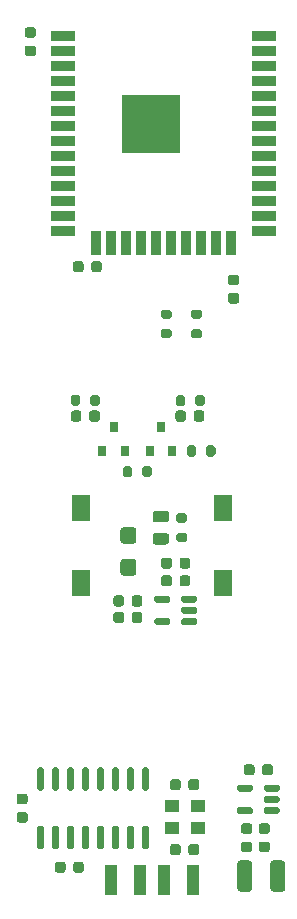
<source format=gbr>
G04 #@! TF.GenerationSoftware,KiCad,Pcbnew,5.1.10-88a1d61d58~90~ubuntu20.04.1*
G04 #@! TF.CreationDate,2021-07-18T21:46:05+01:00*
G04 #@! TF.ProjectId,lhc_tijolo32_board,6c68635f-7469-46a6-9f6c-6f33325f626f,rev?*
G04 #@! TF.SameCoordinates,Original*
G04 #@! TF.FileFunction,Paste,Top*
G04 #@! TF.FilePolarity,Positive*
%FSLAX46Y46*%
G04 Gerber Fmt 4.6, Leading zero omitted, Abs format (unit mm)*
G04 Created by KiCad (PCBNEW 5.1.10-88a1d61d58~90~ubuntu20.04.1) date 2021-07-18 21:46:05*
%MOMM*%
%LPD*%
G01*
G04 APERTURE LIST*
%ADD10R,1.597660X2.298700*%
%ADD11R,1.100000X2.500000*%
%ADD12R,0.800000X0.900000*%
%ADD13R,5.000000X5.000000*%
%ADD14R,2.000000X0.900000*%
%ADD15R,0.900000X2.000000*%
%ADD16R,1.300000X1.000000*%
G04 APERTURE END LIST*
G36*
G01*
X117625000Y-59315000D02*
X117075000Y-59315000D01*
G75*
G02*
X116875000Y-59115000I0J200000D01*
G01*
X116875000Y-58715000D01*
G75*
G02*
X117075000Y-58515000I200000J0D01*
G01*
X117625000Y-58515000D01*
G75*
G02*
X117825000Y-58715000I0J-200000D01*
G01*
X117825000Y-59115000D01*
G75*
G02*
X117625000Y-59315000I-200000J0D01*
G01*
G37*
G36*
G01*
X117625000Y-60965000D02*
X117075000Y-60965000D01*
G75*
G02*
X116875000Y-60765000I0J200000D01*
G01*
X116875000Y-60365000D01*
G75*
G02*
X117075000Y-60165000I200000J0D01*
G01*
X117625000Y-60165000D01*
G75*
G02*
X117825000Y-60365000I0J-200000D01*
G01*
X117825000Y-60765000D01*
G75*
G02*
X117625000Y-60965000I-200000J0D01*
G01*
G37*
G36*
G01*
X107800000Y-54640000D02*
X107800000Y-55140000D01*
G75*
G02*
X107575000Y-55365000I-225000J0D01*
G01*
X107125000Y-55365000D01*
G75*
G02*
X106900000Y-55140000I0J225000D01*
G01*
X106900000Y-54640000D01*
G75*
G02*
X107125000Y-54415000I225000J0D01*
G01*
X107575000Y-54415000D01*
G75*
G02*
X107800000Y-54640000I0J-225000D01*
G01*
G37*
G36*
G01*
X109350000Y-54640000D02*
X109350000Y-55140000D01*
G75*
G02*
X109125000Y-55365000I-225000J0D01*
G01*
X108675000Y-55365000D01*
G75*
G02*
X108450000Y-55140000I0J225000D01*
G01*
X108450000Y-54640000D01*
G75*
G02*
X108675000Y-54415000I225000J0D01*
G01*
X109125000Y-54415000D01*
G75*
G02*
X109350000Y-54640000I0J-225000D01*
G01*
G37*
D10*
X119600000Y-81639600D03*
X119600000Y-75340400D03*
X107600000Y-81639600D03*
X107600000Y-75340400D03*
G36*
G01*
X117275000Y-66515000D02*
X117275000Y-65965000D01*
G75*
G02*
X117475000Y-65765000I200000J0D01*
G01*
X117875000Y-65765000D01*
G75*
G02*
X118075000Y-65965000I0J-200000D01*
G01*
X118075000Y-66515000D01*
G75*
G02*
X117875000Y-66715000I-200000J0D01*
G01*
X117475000Y-66715000D01*
G75*
G02*
X117275000Y-66515000I0J200000D01*
G01*
G37*
G36*
G01*
X115625000Y-66515000D02*
X115625000Y-65965000D01*
G75*
G02*
X115825000Y-65765000I200000J0D01*
G01*
X116225000Y-65765000D01*
G75*
G02*
X116425000Y-65965000I0J-200000D01*
G01*
X116425000Y-66515000D01*
G75*
G02*
X116225000Y-66715000I-200000J0D01*
G01*
X115825000Y-66715000D01*
G75*
G02*
X115625000Y-66515000I0J200000D01*
G01*
G37*
G36*
G01*
X112775000Y-72515000D02*
X112775000Y-71965000D01*
G75*
G02*
X112975000Y-71765000I200000J0D01*
G01*
X113375000Y-71765000D01*
G75*
G02*
X113575000Y-71965000I0J-200000D01*
G01*
X113575000Y-72515000D01*
G75*
G02*
X113375000Y-72715000I-200000J0D01*
G01*
X112975000Y-72715000D01*
G75*
G02*
X112775000Y-72515000I0J200000D01*
G01*
G37*
G36*
G01*
X111125000Y-72515000D02*
X111125000Y-71965000D01*
G75*
G02*
X111325000Y-71765000I200000J0D01*
G01*
X111725000Y-71765000D01*
G75*
G02*
X111925000Y-71965000I0J-200000D01*
G01*
X111925000Y-72515000D01*
G75*
G02*
X111725000Y-72715000I-200000J0D01*
G01*
X111325000Y-72715000D01*
G75*
G02*
X111125000Y-72515000I0J200000D01*
G01*
G37*
G36*
G01*
X122850000Y-103565000D02*
X123350000Y-103565000D01*
G75*
G02*
X123575000Y-103790000I0J-225000D01*
G01*
X123575000Y-104240000D01*
G75*
G02*
X123350000Y-104465000I-225000J0D01*
G01*
X122850000Y-104465000D01*
G75*
G02*
X122625000Y-104240000I0J225000D01*
G01*
X122625000Y-103790000D01*
G75*
G02*
X122850000Y-103565000I225000J0D01*
G01*
G37*
G36*
G01*
X122850000Y-102015000D02*
X123350000Y-102015000D01*
G75*
G02*
X123575000Y-102240000I0J-225000D01*
G01*
X123575000Y-102690000D01*
G75*
G02*
X123350000Y-102915000I-225000J0D01*
G01*
X122850000Y-102915000D01*
G75*
G02*
X122625000Y-102690000I0J225000D01*
G01*
X122625000Y-102240000D01*
G75*
G02*
X122850000Y-102015000I225000J0D01*
G01*
G37*
G36*
G01*
X104305000Y-104190000D02*
X104005000Y-104190000D01*
G75*
G02*
X103855000Y-104040000I0J150000D01*
G01*
X103855000Y-102390000D01*
G75*
G02*
X104005000Y-102240000I150000J0D01*
G01*
X104305000Y-102240000D01*
G75*
G02*
X104455000Y-102390000I0J-150000D01*
G01*
X104455000Y-104040000D01*
G75*
G02*
X104305000Y-104190000I-150000J0D01*
G01*
G37*
G36*
G01*
X105575000Y-104190000D02*
X105275000Y-104190000D01*
G75*
G02*
X105125000Y-104040000I0J150000D01*
G01*
X105125000Y-102390000D01*
G75*
G02*
X105275000Y-102240000I150000J0D01*
G01*
X105575000Y-102240000D01*
G75*
G02*
X105725000Y-102390000I0J-150000D01*
G01*
X105725000Y-104040000D01*
G75*
G02*
X105575000Y-104190000I-150000J0D01*
G01*
G37*
G36*
G01*
X106845000Y-104190000D02*
X106545000Y-104190000D01*
G75*
G02*
X106395000Y-104040000I0J150000D01*
G01*
X106395000Y-102390000D01*
G75*
G02*
X106545000Y-102240000I150000J0D01*
G01*
X106845000Y-102240000D01*
G75*
G02*
X106995000Y-102390000I0J-150000D01*
G01*
X106995000Y-104040000D01*
G75*
G02*
X106845000Y-104190000I-150000J0D01*
G01*
G37*
G36*
G01*
X108115000Y-104190000D02*
X107815000Y-104190000D01*
G75*
G02*
X107665000Y-104040000I0J150000D01*
G01*
X107665000Y-102390000D01*
G75*
G02*
X107815000Y-102240000I150000J0D01*
G01*
X108115000Y-102240000D01*
G75*
G02*
X108265000Y-102390000I0J-150000D01*
G01*
X108265000Y-104040000D01*
G75*
G02*
X108115000Y-104190000I-150000J0D01*
G01*
G37*
G36*
G01*
X109385000Y-104190000D02*
X109085000Y-104190000D01*
G75*
G02*
X108935000Y-104040000I0J150000D01*
G01*
X108935000Y-102390000D01*
G75*
G02*
X109085000Y-102240000I150000J0D01*
G01*
X109385000Y-102240000D01*
G75*
G02*
X109535000Y-102390000I0J-150000D01*
G01*
X109535000Y-104040000D01*
G75*
G02*
X109385000Y-104190000I-150000J0D01*
G01*
G37*
G36*
G01*
X110655000Y-104190000D02*
X110355000Y-104190000D01*
G75*
G02*
X110205000Y-104040000I0J150000D01*
G01*
X110205000Y-102390000D01*
G75*
G02*
X110355000Y-102240000I150000J0D01*
G01*
X110655000Y-102240000D01*
G75*
G02*
X110805000Y-102390000I0J-150000D01*
G01*
X110805000Y-104040000D01*
G75*
G02*
X110655000Y-104190000I-150000J0D01*
G01*
G37*
G36*
G01*
X111925000Y-104190000D02*
X111625000Y-104190000D01*
G75*
G02*
X111475000Y-104040000I0J150000D01*
G01*
X111475000Y-102390000D01*
G75*
G02*
X111625000Y-102240000I150000J0D01*
G01*
X111925000Y-102240000D01*
G75*
G02*
X112075000Y-102390000I0J-150000D01*
G01*
X112075000Y-104040000D01*
G75*
G02*
X111925000Y-104190000I-150000J0D01*
G01*
G37*
G36*
G01*
X113195000Y-104190000D02*
X112895000Y-104190000D01*
G75*
G02*
X112745000Y-104040000I0J150000D01*
G01*
X112745000Y-102390000D01*
G75*
G02*
X112895000Y-102240000I150000J0D01*
G01*
X113195000Y-102240000D01*
G75*
G02*
X113345000Y-102390000I0J-150000D01*
G01*
X113345000Y-104040000D01*
G75*
G02*
X113195000Y-104190000I-150000J0D01*
G01*
G37*
G36*
G01*
X113195000Y-99240000D02*
X112895000Y-99240000D01*
G75*
G02*
X112745000Y-99090000I0J150000D01*
G01*
X112745000Y-97440000D01*
G75*
G02*
X112895000Y-97290000I150000J0D01*
G01*
X113195000Y-97290000D01*
G75*
G02*
X113345000Y-97440000I0J-150000D01*
G01*
X113345000Y-99090000D01*
G75*
G02*
X113195000Y-99240000I-150000J0D01*
G01*
G37*
G36*
G01*
X111925000Y-99240000D02*
X111625000Y-99240000D01*
G75*
G02*
X111475000Y-99090000I0J150000D01*
G01*
X111475000Y-97440000D01*
G75*
G02*
X111625000Y-97290000I150000J0D01*
G01*
X111925000Y-97290000D01*
G75*
G02*
X112075000Y-97440000I0J-150000D01*
G01*
X112075000Y-99090000D01*
G75*
G02*
X111925000Y-99240000I-150000J0D01*
G01*
G37*
G36*
G01*
X110655000Y-99240000D02*
X110355000Y-99240000D01*
G75*
G02*
X110205000Y-99090000I0J150000D01*
G01*
X110205000Y-97440000D01*
G75*
G02*
X110355000Y-97290000I150000J0D01*
G01*
X110655000Y-97290000D01*
G75*
G02*
X110805000Y-97440000I0J-150000D01*
G01*
X110805000Y-99090000D01*
G75*
G02*
X110655000Y-99240000I-150000J0D01*
G01*
G37*
G36*
G01*
X109385000Y-99240000D02*
X109085000Y-99240000D01*
G75*
G02*
X108935000Y-99090000I0J150000D01*
G01*
X108935000Y-97440000D01*
G75*
G02*
X109085000Y-97290000I150000J0D01*
G01*
X109385000Y-97290000D01*
G75*
G02*
X109535000Y-97440000I0J-150000D01*
G01*
X109535000Y-99090000D01*
G75*
G02*
X109385000Y-99240000I-150000J0D01*
G01*
G37*
G36*
G01*
X108115000Y-99240000D02*
X107815000Y-99240000D01*
G75*
G02*
X107665000Y-99090000I0J150000D01*
G01*
X107665000Y-97440000D01*
G75*
G02*
X107815000Y-97290000I150000J0D01*
G01*
X108115000Y-97290000D01*
G75*
G02*
X108265000Y-97440000I0J-150000D01*
G01*
X108265000Y-99090000D01*
G75*
G02*
X108115000Y-99240000I-150000J0D01*
G01*
G37*
G36*
G01*
X106845000Y-99240000D02*
X106545000Y-99240000D01*
G75*
G02*
X106395000Y-99090000I0J150000D01*
G01*
X106395000Y-97440000D01*
G75*
G02*
X106545000Y-97290000I150000J0D01*
G01*
X106845000Y-97290000D01*
G75*
G02*
X106995000Y-97440000I0J-150000D01*
G01*
X106995000Y-99090000D01*
G75*
G02*
X106845000Y-99240000I-150000J0D01*
G01*
G37*
G36*
G01*
X105575000Y-99240000D02*
X105275000Y-99240000D01*
G75*
G02*
X105125000Y-99090000I0J150000D01*
G01*
X105125000Y-97440000D01*
G75*
G02*
X105275000Y-97290000I150000J0D01*
G01*
X105575000Y-97290000D01*
G75*
G02*
X105725000Y-97440000I0J-150000D01*
G01*
X105725000Y-99090000D01*
G75*
G02*
X105575000Y-99240000I-150000J0D01*
G01*
G37*
G36*
G01*
X104305000Y-99240000D02*
X104005000Y-99240000D01*
G75*
G02*
X103855000Y-99090000I0J150000D01*
G01*
X103855000Y-97440000D01*
G75*
G02*
X104005000Y-97290000I150000J0D01*
G01*
X104305000Y-97290000D01*
G75*
G02*
X104455000Y-97440000I0J-150000D01*
G01*
X104455000Y-99090000D01*
G75*
G02*
X104305000Y-99240000I-150000J0D01*
G01*
G37*
G36*
G01*
X116025000Y-98490000D02*
X116025000Y-98990000D01*
G75*
G02*
X115800000Y-99215000I-225000J0D01*
G01*
X115350000Y-99215000D01*
G75*
G02*
X115125000Y-98990000I0J225000D01*
G01*
X115125000Y-98490000D01*
G75*
G02*
X115350000Y-98265000I225000J0D01*
G01*
X115800000Y-98265000D01*
G75*
G02*
X116025000Y-98490000I0J-225000D01*
G01*
G37*
G36*
G01*
X117575000Y-98490000D02*
X117575000Y-98990000D01*
G75*
G02*
X117350000Y-99215000I-225000J0D01*
G01*
X116900000Y-99215000D01*
G75*
G02*
X116675000Y-98990000I0J225000D01*
G01*
X116675000Y-98490000D01*
G75*
G02*
X116900000Y-98265000I225000J0D01*
G01*
X117350000Y-98265000D01*
G75*
G02*
X117575000Y-98490000I0J-225000D01*
G01*
G37*
G36*
G01*
X122125000Y-100790000D02*
X122125000Y-101090000D01*
G75*
G02*
X121975000Y-101240000I-150000J0D01*
G01*
X120950000Y-101240000D01*
G75*
G02*
X120800000Y-101090000I0J150000D01*
G01*
X120800000Y-100790000D01*
G75*
G02*
X120950000Y-100640000I150000J0D01*
G01*
X121975000Y-100640000D01*
G75*
G02*
X122125000Y-100790000I0J-150000D01*
G01*
G37*
G36*
G01*
X122125000Y-98890000D02*
X122125000Y-99190000D01*
G75*
G02*
X121975000Y-99340000I-150000J0D01*
G01*
X120950000Y-99340000D01*
G75*
G02*
X120800000Y-99190000I0J150000D01*
G01*
X120800000Y-98890000D01*
G75*
G02*
X120950000Y-98740000I150000J0D01*
G01*
X121975000Y-98740000D01*
G75*
G02*
X122125000Y-98890000I0J-150000D01*
G01*
G37*
G36*
G01*
X124400000Y-98890000D02*
X124400000Y-99190000D01*
G75*
G02*
X124250000Y-99340000I-150000J0D01*
G01*
X123225000Y-99340000D01*
G75*
G02*
X123075000Y-99190000I0J150000D01*
G01*
X123075000Y-98890000D01*
G75*
G02*
X123225000Y-98740000I150000J0D01*
G01*
X124250000Y-98740000D01*
G75*
G02*
X124400000Y-98890000I0J-150000D01*
G01*
G37*
G36*
G01*
X124400000Y-99840000D02*
X124400000Y-100140000D01*
G75*
G02*
X124250000Y-100290000I-150000J0D01*
G01*
X123225000Y-100290000D01*
G75*
G02*
X123075000Y-100140000I0J150000D01*
G01*
X123075000Y-99840000D01*
G75*
G02*
X123225000Y-99690000I150000J0D01*
G01*
X124250000Y-99690000D01*
G75*
G02*
X124400000Y-99840000I0J-150000D01*
G01*
G37*
G36*
G01*
X124400000Y-100790000D02*
X124400000Y-101090000D01*
G75*
G02*
X124250000Y-101240000I-150000J0D01*
G01*
X123225000Y-101240000D01*
G75*
G02*
X123075000Y-101090000I0J150000D01*
G01*
X123075000Y-100790000D01*
G75*
G02*
X123225000Y-100640000I150000J0D01*
G01*
X124250000Y-100640000D01*
G75*
G02*
X124400000Y-100790000I0J-150000D01*
G01*
G37*
G36*
G01*
X102350000Y-101065000D02*
X102850000Y-101065000D01*
G75*
G02*
X103075000Y-101290000I0J-225000D01*
G01*
X103075000Y-101740000D01*
G75*
G02*
X102850000Y-101965000I-225000J0D01*
G01*
X102350000Y-101965000D01*
G75*
G02*
X102125000Y-101740000I0J225000D01*
G01*
X102125000Y-101290000D01*
G75*
G02*
X102350000Y-101065000I225000J0D01*
G01*
G37*
G36*
G01*
X102350000Y-99515000D02*
X102850000Y-99515000D01*
G75*
G02*
X103075000Y-99740000I0J-225000D01*
G01*
X103075000Y-100190000D01*
G75*
G02*
X102850000Y-100415000I-225000J0D01*
G01*
X102350000Y-100415000D01*
G75*
G02*
X102125000Y-100190000I0J225000D01*
G01*
X102125000Y-99740000D01*
G75*
G02*
X102350000Y-99515000I225000J0D01*
G01*
G37*
G36*
G01*
X121350000Y-103565000D02*
X121850000Y-103565000D01*
G75*
G02*
X122075000Y-103790000I0J-225000D01*
G01*
X122075000Y-104240000D01*
G75*
G02*
X121850000Y-104465000I-225000J0D01*
G01*
X121350000Y-104465000D01*
G75*
G02*
X121125000Y-104240000I0J225000D01*
G01*
X121125000Y-103790000D01*
G75*
G02*
X121350000Y-103565000I225000J0D01*
G01*
G37*
G36*
G01*
X121350000Y-102015000D02*
X121850000Y-102015000D01*
G75*
G02*
X122075000Y-102240000I0J-225000D01*
G01*
X122075000Y-102690000D01*
G75*
G02*
X121850000Y-102915000I-225000J0D01*
G01*
X121350000Y-102915000D01*
G75*
G02*
X121125000Y-102690000I0J225000D01*
G01*
X121125000Y-102240000D01*
G75*
G02*
X121350000Y-102015000I225000J0D01*
G01*
G37*
G36*
G01*
X123825000Y-97240000D02*
X123825000Y-97740000D01*
G75*
G02*
X123600000Y-97965000I-225000J0D01*
G01*
X123150000Y-97965000D01*
G75*
G02*
X122925000Y-97740000I0J225000D01*
G01*
X122925000Y-97240000D01*
G75*
G02*
X123150000Y-97015000I225000J0D01*
G01*
X123600000Y-97015000D01*
G75*
G02*
X123825000Y-97240000I0J-225000D01*
G01*
G37*
G36*
G01*
X122275000Y-97240000D02*
X122275000Y-97740000D01*
G75*
G02*
X122050000Y-97965000I-225000J0D01*
G01*
X121600000Y-97965000D01*
G75*
G02*
X121375000Y-97740000I0J225000D01*
G01*
X121375000Y-97240000D01*
G75*
G02*
X121600000Y-97015000I225000J0D01*
G01*
X122050000Y-97015000D01*
G75*
G02*
X122275000Y-97240000I0J-225000D01*
G01*
G37*
D11*
X110100000Y-106840000D03*
X117100000Y-106840000D03*
X112600000Y-106840000D03*
X114600000Y-106840000D03*
G36*
G01*
X115125000Y-84790000D02*
X115125000Y-85090000D01*
G75*
G02*
X114975000Y-85240000I-150000J0D01*
G01*
X113950000Y-85240000D01*
G75*
G02*
X113800000Y-85090000I0J150000D01*
G01*
X113800000Y-84790000D01*
G75*
G02*
X113950000Y-84640000I150000J0D01*
G01*
X114975000Y-84640000D01*
G75*
G02*
X115125000Y-84790000I0J-150000D01*
G01*
G37*
G36*
G01*
X115125000Y-82890000D02*
X115125000Y-83190000D01*
G75*
G02*
X114975000Y-83340000I-150000J0D01*
G01*
X113950000Y-83340000D01*
G75*
G02*
X113800000Y-83190000I0J150000D01*
G01*
X113800000Y-82890000D01*
G75*
G02*
X113950000Y-82740000I150000J0D01*
G01*
X114975000Y-82740000D01*
G75*
G02*
X115125000Y-82890000I0J-150000D01*
G01*
G37*
G36*
G01*
X117400000Y-82890000D02*
X117400000Y-83190000D01*
G75*
G02*
X117250000Y-83340000I-150000J0D01*
G01*
X116225000Y-83340000D01*
G75*
G02*
X116075000Y-83190000I0J150000D01*
G01*
X116075000Y-82890000D01*
G75*
G02*
X116225000Y-82740000I150000J0D01*
G01*
X117250000Y-82740000D01*
G75*
G02*
X117400000Y-82890000I0J-150000D01*
G01*
G37*
G36*
G01*
X117400000Y-83840000D02*
X117400000Y-84140000D01*
G75*
G02*
X117250000Y-84290000I-150000J0D01*
G01*
X116225000Y-84290000D01*
G75*
G02*
X116075000Y-84140000I0J150000D01*
G01*
X116075000Y-83840000D01*
G75*
G02*
X116225000Y-83690000I150000J0D01*
G01*
X117250000Y-83690000D01*
G75*
G02*
X117400000Y-83840000I0J-150000D01*
G01*
G37*
G36*
G01*
X117400000Y-84790000D02*
X117400000Y-85090000D01*
G75*
G02*
X117250000Y-85240000I-150000J0D01*
G01*
X116225000Y-85240000D01*
G75*
G02*
X116075000Y-85090000I0J150000D01*
G01*
X116075000Y-84790000D01*
G75*
G02*
X116225000Y-84640000I150000J0D01*
G01*
X117250000Y-84640000D01*
G75*
G02*
X117400000Y-84790000I0J-150000D01*
G01*
G37*
G36*
G01*
X107525000Y-65915000D02*
X107525000Y-66465000D01*
G75*
G02*
X107325000Y-66665000I-200000J0D01*
G01*
X106925000Y-66665000D01*
G75*
G02*
X106725000Y-66465000I0J200000D01*
G01*
X106725000Y-65915000D01*
G75*
G02*
X106925000Y-65715000I200000J0D01*
G01*
X107325000Y-65715000D01*
G75*
G02*
X107525000Y-65915000I0J-200000D01*
G01*
G37*
G36*
G01*
X109175000Y-65915000D02*
X109175000Y-66465000D01*
G75*
G02*
X108975000Y-66665000I-200000J0D01*
G01*
X108575000Y-66665000D01*
G75*
G02*
X108375000Y-66465000I0J200000D01*
G01*
X108375000Y-65915000D01*
G75*
G02*
X108575000Y-65715000I200000J0D01*
G01*
X108975000Y-65715000D01*
G75*
G02*
X109175000Y-65915000I0J-200000D01*
G01*
G37*
G36*
G01*
X115825000Y-77415000D02*
X116375000Y-77415000D01*
G75*
G02*
X116575000Y-77615000I0J-200000D01*
G01*
X116575000Y-78015000D01*
G75*
G02*
X116375000Y-78215000I-200000J0D01*
G01*
X115825000Y-78215000D01*
G75*
G02*
X115625000Y-78015000I0J200000D01*
G01*
X115625000Y-77615000D01*
G75*
G02*
X115825000Y-77415000I200000J0D01*
G01*
G37*
G36*
G01*
X115825000Y-75765000D02*
X116375000Y-75765000D01*
G75*
G02*
X116575000Y-75965000I0J-200000D01*
G01*
X116575000Y-76365000D01*
G75*
G02*
X116375000Y-76565000I-200000J0D01*
G01*
X115825000Y-76565000D01*
G75*
G02*
X115625000Y-76365000I0J200000D01*
G01*
X115625000Y-75965000D01*
G75*
G02*
X115825000Y-75765000I200000J0D01*
G01*
G37*
G36*
G01*
X118175000Y-70765000D02*
X118175000Y-70215000D01*
G75*
G02*
X118375000Y-70015000I200000J0D01*
G01*
X118775000Y-70015000D01*
G75*
G02*
X118975000Y-70215000I0J-200000D01*
G01*
X118975000Y-70765000D01*
G75*
G02*
X118775000Y-70965000I-200000J0D01*
G01*
X118375000Y-70965000D01*
G75*
G02*
X118175000Y-70765000I0J200000D01*
G01*
G37*
G36*
G01*
X116525000Y-70765000D02*
X116525000Y-70215000D01*
G75*
G02*
X116725000Y-70015000I200000J0D01*
G01*
X117125000Y-70015000D01*
G75*
G02*
X117325000Y-70215000I0J-200000D01*
G01*
X117325000Y-70765000D01*
G75*
G02*
X117125000Y-70965000I-200000J0D01*
G01*
X116725000Y-70965000D01*
G75*
G02*
X116525000Y-70765000I0J200000D01*
G01*
G37*
G36*
G01*
X115075000Y-59315000D02*
X114525000Y-59315000D01*
G75*
G02*
X114325000Y-59115000I0J200000D01*
G01*
X114325000Y-58715000D01*
G75*
G02*
X114525000Y-58515000I200000J0D01*
G01*
X115075000Y-58515000D01*
G75*
G02*
X115275000Y-58715000I0J-200000D01*
G01*
X115275000Y-59115000D01*
G75*
G02*
X115075000Y-59315000I-200000J0D01*
G01*
G37*
G36*
G01*
X115075000Y-60965000D02*
X114525000Y-60965000D01*
G75*
G02*
X114325000Y-60765000I0J200000D01*
G01*
X114325000Y-60365000D01*
G75*
G02*
X114525000Y-60165000I200000J0D01*
G01*
X115075000Y-60165000D01*
G75*
G02*
X115275000Y-60365000I0J-200000D01*
G01*
X115275000Y-60765000D01*
G75*
G02*
X115075000Y-60965000I-200000J0D01*
G01*
G37*
D12*
X114350000Y-68490000D03*
X115300000Y-70490000D03*
X113400000Y-70490000D03*
X110350000Y-68490000D03*
X111300000Y-70490000D03*
X109400000Y-70490000D03*
G36*
G01*
X113893750Y-77440000D02*
X114806250Y-77440000D01*
G75*
G02*
X115050000Y-77683750I0J-243750D01*
G01*
X115050000Y-78171250D01*
G75*
G02*
X114806250Y-78415000I-243750J0D01*
G01*
X113893750Y-78415000D01*
G75*
G02*
X113650000Y-78171250I0J243750D01*
G01*
X113650000Y-77683750D01*
G75*
G02*
X113893750Y-77440000I243750J0D01*
G01*
G37*
G36*
G01*
X113893750Y-75565000D02*
X114806250Y-75565000D01*
G75*
G02*
X115050000Y-75808750I0J-243750D01*
G01*
X115050000Y-76296250D01*
G75*
G02*
X114806250Y-76540000I-243750J0D01*
G01*
X113893750Y-76540000D01*
G75*
G02*
X113650000Y-76296250I0J243750D01*
G01*
X113650000Y-75808750D01*
G75*
G02*
X113893750Y-75565000I243750J0D01*
G01*
G37*
G36*
G01*
X117125000Y-67790000D02*
X117125000Y-67290000D01*
G75*
G02*
X117350000Y-67065000I225000J0D01*
G01*
X117800000Y-67065000D01*
G75*
G02*
X118025000Y-67290000I0J-225000D01*
G01*
X118025000Y-67790000D01*
G75*
G02*
X117800000Y-68015000I-225000J0D01*
G01*
X117350000Y-68015000D01*
G75*
G02*
X117125000Y-67790000I0J225000D01*
G01*
G37*
G36*
G01*
X115575000Y-67790000D02*
X115575000Y-67290000D01*
G75*
G02*
X115800000Y-67065000I225000J0D01*
G01*
X116250000Y-67065000D01*
G75*
G02*
X116475000Y-67290000I0J-225000D01*
G01*
X116475000Y-67790000D01*
G75*
G02*
X116250000Y-68015000I-225000J0D01*
G01*
X115800000Y-68015000D01*
G75*
G02*
X115575000Y-67790000I0J225000D01*
G01*
G37*
G36*
G01*
X107625000Y-67290000D02*
X107625000Y-67790000D01*
G75*
G02*
X107400000Y-68015000I-225000J0D01*
G01*
X106950000Y-68015000D01*
G75*
G02*
X106725000Y-67790000I0J225000D01*
G01*
X106725000Y-67290000D01*
G75*
G02*
X106950000Y-67065000I225000J0D01*
G01*
X107400000Y-67065000D01*
G75*
G02*
X107625000Y-67290000I0J-225000D01*
G01*
G37*
G36*
G01*
X109175000Y-67290000D02*
X109175000Y-67790000D01*
G75*
G02*
X108950000Y-68015000I-225000J0D01*
G01*
X108500000Y-68015000D01*
G75*
G02*
X108275000Y-67790000I0J225000D01*
G01*
X108275000Y-67290000D01*
G75*
G02*
X108500000Y-67065000I225000J0D01*
G01*
X108950000Y-67065000D01*
G75*
G02*
X109175000Y-67290000I0J-225000D01*
G01*
G37*
G36*
G01*
X120250000Y-57115000D02*
X120750000Y-57115000D01*
G75*
G02*
X120975000Y-57340000I0J-225000D01*
G01*
X120975000Y-57790000D01*
G75*
G02*
X120750000Y-58015000I-225000J0D01*
G01*
X120250000Y-58015000D01*
G75*
G02*
X120025000Y-57790000I0J225000D01*
G01*
X120025000Y-57340000D01*
G75*
G02*
X120250000Y-57115000I225000J0D01*
G01*
G37*
G36*
G01*
X120250000Y-55565000D02*
X120750000Y-55565000D01*
G75*
G02*
X120975000Y-55790000I0J-225000D01*
G01*
X120975000Y-56240000D01*
G75*
G02*
X120750000Y-56465000I-225000J0D01*
G01*
X120250000Y-56465000D01*
G75*
G02*
X120025000Y-56240000I0J225000D01*
G01*
X120025000Y-55790000D01*
G75*
G02*
X120250000Y-55565000I225000J0D01*
G01*
G37*
G36*
G01*
X106275000Y-105490000D02*
X106275000Y-105990000D01*
G75*
G02*
X106050000Y-106215000I-225000J0D01*
G01*
X105600000Y-106215000D01*
G75*
G02*
X105375000Y-105990000I0J225000D01*
G01*
X105375000Y-105490000D01*
G75*
G02*
X105600000Y-105265000I225000J0D01*
G01*
X106050000Y-105265000D01*
G75*
G02*
X106275000Y-105490000I0J-225000D01*
G01*
G37*
G36*
G01*
X107825000Y-105490000D02*
X107825000Y-105990000D01*
G75*
G02*
X107600000Y-106215000I-225000J0D01*
G01*
X107150000Y-106215000D01*
G75*
G02*
X106925000Y-105990000I0J225000D01*
G01*
X106925000Y-105490000D01*
G75*
G02*
X107150000Y-105265000I225000J0D01*
G01*
X107600000Y-105265000D01*
G75*
G02*
X107825000Y-105490000I0J-225000D01*
G01*
G37*
G36*
G01*
X112025001Y-78340000D02*
X111174999Y-78340000D01*
G75*
G02*
X110925000Y-78090001I0J249999D01*
G01*
X110925000Y-77189999D01*
G75*
G02*
X111174999Y-76940000I249999J0D01*
G01*
X112025001Y-76940000D01*
G75*
G02*
X112275000Y-77189999I0J-249999D01*
G01*
X112275000Y-78090001D01*
G75*
G02*
X112025001Y-78340000I-249999J0D01*
G01*
G37*
G36*
G01*
X112025001Y-81040000D02*
X111174999Y-81040000D01*
G75*
G02*
X110925000Y-80790001I0J249999D01*
G01*
X110925000Y-79889999D01*
G75*
G02*
X111174999Y-79640000I249999J0D01*
G01*
X112025001Y-79640000D01*
G75*
G02*
X112275000Y-79889999I0J-249999D01*
G01*
X112275000Y-80790001D01*
G75*
G02*
X112025001Y-81040000I-249999J0D01*
G01*
G37*
G36*
G01*
X103550000Y-35515000D02*
X103050000Y-35515000D01*
G75*
G02*
X102825000Y-35290000I0J225000D01*
G01*
X102825000Y-34840000D01*
G75*
G02*
X103050000Y-34615000I225000J0D01*
G01*
X103550000Y-34615000D01*
G75*
G02*
X103775000Y-34840000I0J-225000D01*
G01*
X103775000Y-35290000D01*
G75*
G02*
X103550000Y-35515000I-225000J0D01*
G01*
G37*
G36*
G01*
X103550000Y-37065000D02*
X103050000Y-37065000D01*
G75*
G02*
X102825000Y-36840000I0J225000D01*
G01*
X102825000Y-36390000D01*
G75*
G02*
X103050000Y-36165000I225000J0D01*
G01*
X103550000Y-36165000D01*
G75*
G02*
X103775000Y-36390000I0J-225000D01*
G01*
X103775000Y-36840000D01*
G75*
G02*
X103550000Y-37065000I-225000J0D01*
G01*
G37*
G36*
G01*
X111225000Y-84340000D02*
X111225000Y-84840000D01*
G75*
G02*
X111000000Y-85065000I-225000J0D01*
G01*
X110550000Y-85065000D01*
G75*
G02*
X110325000Y-84840000I0J225000D01*
G01*
X110325000Y-84340000D01*
G75*
G02*
X110550000Y-84115000I225000J0D01*
G01*
X111000000Y-84115000D01*
G75*
G02*
X111225000Y-84340000I0J-225000D01*
G01*
G37*
G36*
G01*
X112775000Y-84340000D02*
X112775000Y-84840000D01*
G75*
G02*
X112550000Y-85065000I-225000J0D01*
G01*
X112100000Y-85065000D01*
G75*
G02*
X111875000Y-84840000I0J225000D01*
G01*
X111875000Y-84340000D01*
G75*
G02*
X112100000Y-84115000I225000J0D01*
G01*
X112550000Y-84115000D01*
G75*
G02*
X112775000Y-84340000I0J-225000D01*
G01*
G37*
G36*
G01*
X111225000Y-82940000D02*
X111225000Y-83440000D01*
G75*
G02*
X111000000Y-83665000I-225000J0D01*
G01*
X110550000Y-83665000D01*
G75*
G02*
X110325000Y-83440000I0J225000D01*
G01*
X110325000Y-82940000D01*
G75*
G02*
X110550000Y-82715000I225000J0D01*
G01*
X111000000Y-82715000D01*
G75*
G02*
X111225000Y-82940000I0J-225000D01*
G01*
G37*
G36*
G01*
X112775000Y-82940000D02*
X112775000Y-83440000D01*
G75*
G02*
X112550000Y-83665000I-225000J0D01*
G01*
X112100000Y-83665000D01*
G75*
G02*
X111875000Y-83440000I0J225000D01*
G01*
X111875000Y-82940000D01*
G75*
G02*
X112100000Y-82715000I225000J0D01*
G01*
X112550000Y-82715000D01*
G75*
G02*
X112775000Y-82940000I0J-225000D01*
G01*
G37*
G36*
G01*
X116025000Y-103990000D02*
X116025000Y-104490000D01*
G75*
G02*
X115800000Y-104715000I-225000J0D01*
G01*
X115350000Y-104715000D01*
G75*
G02*
X115125000Y-104490000I0J225000D01*
G01*
X115125000Y-103990000D01*
G75*
G02*
X115350000Y-103765000I225000J0D01*
G01*
X115800000Y-103765000D01*
G75*
G02*
X116025000Y-103990000I0J-225000D01*
G01*
G37*
G36*
G01*
X117575000Y-103990000D02*
X117575000Y-104490000D01*
G75*
G02*
X117350000Y-104715000I-225000J0D01*
G01*
X116900000Y-104715000D01*
G75*
G02*
X116675000Y-104490000I0J225000D01*
G01*
X116675000Y-103990000D01*
G75*
G02*
X116900000Y-103765000I225000J0D01*
G01*
X117350000Y-103765000D01*
G75*
G02*
X117575000Y-103990000I0J-225000D01*
G01*
G37*
G36*
G01*
X115275000Y-81240000D02*
X115275000Y-81740000D01*
G75*
G02*
X115050000Y-81965000I-225000J0D01*
G01*
X114600000Y-81965000D01*
G75*
G02*
X114375000Y-81740000I0J225000D01*
G01*
X114375000Y-81240000D01*
G75*
G02*
X114600000Y-81015000I225000J0D01*
G01*
X115050000Y-81015000D01*
G75*
G02*
X115275000Y-81240000I0J-225000D01*
G01*
G37*
G36*
G01*
X116825000Y-81240000D02*
X116825000Y-81740000D01*
G75*
G02*
X116600000Y-81965000I-225000J0D01*
G01*
X116150000Y-81965000D01*
G75*
G02*
X115925000Y-81740000I0J225000D01*
G01*
X115925000Y-81240000D01*
G75*
G02*
X116150000Y-81015000I225000J0D01*
G01*
X116600000Y-81015000D01*
G75*
G02*
X116825000Y-81240000I0J-225000D01*
G01*
G37*
G36*
G01*
X115275000Y-79740000D02*
X115275000Y-80240000D01*
G75*
G02*
X115050000Y-80465000I-225000J0D01*
G01*
X114600000Y-80465000D01*
G75*
G02*
X114375000Y-80240000I0J225000D01*
G01*
X114375000Y-79740000D01*
G75*
G02*
X114600000Y-79515000I225000J0D01*
G01*
X115050000Y-79515000D01*
G75*
G02*
X115275000Y-79740000I0J-225000D01*
G01*
G37*
G36*
G01*
X116825000Y-79740000D02*
X116825000Y-80240000D01*
G75*
G02*
X116600000Y-80465000I-225000J0D01*
G01*
X116150000Y-80465000D01*
G75*
G02*
X115925000Y-80240000I0J225000D01*
G01*
X115925000Y-79740000D01*
G75*
G02*
X116150000Y-79515000I225000J0D01*
G01*
X116600000Y-79515000D01*
G75*
G02*
X116825000Y-79740000I0J-225000D01*
G01*
G37*
G36*
G01*
X124875000Y-105415000D02*
X124875000Y-107565000D01*
G75*
G02*
X124625000Y-107815000I-250000J0D01*
G01*
X123875000Y-107815000D01*
G75*
G02*
X123625000Y-107565000I0J250000D01*
G01*
X123625000Y-105415000D01*
G75*
G02*
X123875000Y-105165000I250000J0D01*
G01*
X124625000Y-105165000D01*
G75*
G02*
X124875000Y-105415000I0J-250000D01*
G01*
G37*
G36*
G01*
X122075000Y-105415000D02*
X122075000Y-107565000D01*
G75*
G02*
X121825000Y-107815000I-250000J0D01*
G01*
X121075000Y-107815000D01*
G75*
G02*
X120825000Y-107565000I0J250000D01*
G01*
X120825000Y-105415000D01*
G75*
G02*
X121075000Y-105165000I250000J0D01*
G01*
X121825000Y-105165000D01*
G75*
G02*
X122075000Y-105415000I0J-250000D01*
G01*
G37*
D13*
X113540000Y-42840000D03*
D14*
X106040000Y-35340000D03*
X106040000Y-36610000D03*
X106040000Y-37880000D03*
X106040000Y-39150000D03*
X106040000Y-40420000D03*
X106040000Y-41690000D03*
X106040000Y-42960000D03*
X106040000Y-44230000D03*
X106040000Y-45500000D03*
X106040000Y-46770000D03*
X106040000Y-48040000D03*
X106040000Y-49310000D03*
X106040000Y-50580000D03*
X106040000Y-51850000D03*
D15*
X108825000Y-52850000D03*
X110095000Y-52850000D03*
X111365000Y-52850000D03*
X112635000Y-52850000D03*
X113905000Y-52850000D03*
X115175000Y-52850000D03*
X116445000Y-52850000D03*
X117715000Y-52850000D03*
X118985000Y-52850000D03*
X120255000Y-52850000D03*
D14*
X123040000Y-51850000D03*
X123040000Y-50580000D03*
X123040000Y-49310000D03*
X123040000Y-48040000D03*
X123040000Y-46770000D03*
X123040000Y-45500000D03*
X123040000Y-44230000D03*
X123040000Y-42960000D03*
X123040000Y-41690000D03*
X123040000Y-40420000D03*
X123040000Y-39150000D03*
X123040000Y-37880000D03*
X123040000Y-36610000D03*
X123040000Y-35340000D03*
D16*
X117450000Y-100590000D03*
X115250000Y-100590000D03*
X115250000Y-102390000D03*
X117450000Y-102390000D03*
M02*

</source>
